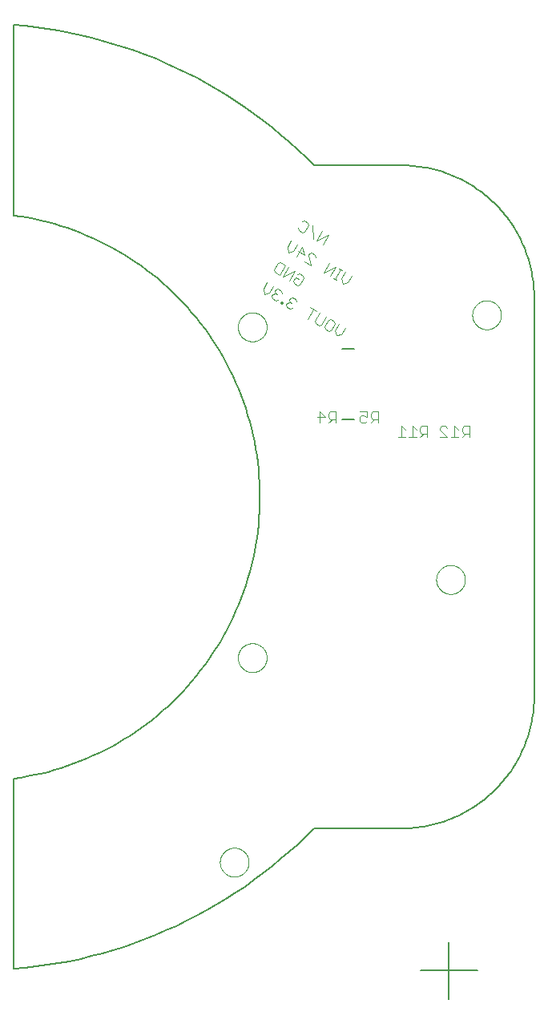
<source format=gbo>
G75*
%MOIN*%
%OFA0B0*%
%FSLAX25Y25*%
%IPPOS*%
%LPD*%
%AMOC8*
5,1,8,0,0,1.08239X$1,22.5*
%
%ADD10C,0.00600*%
%ADD11C,0.00400*%
%ADD12C,0.00000*%
%ADD13C,0.00800*%
D10*
X0001300Y0013742D02*
X0001300Y0092906D01*
X0001300Y0013742D02*
X0005974Y0014173D01*
X0010636Y0014716D01*
X0015284Y0015369D01*
X0019914Y0016133D01*
X0024526Y0017008D01*
X0029115Y0017992D01*
X0033680Y0019085D01*
X0038217Y0020287D01*
X0042724Y0021596D01*
X0047198Y0023013D01*
X0051638Y0024536D01*
X0056040Y0026164D01*
X0060402Y0027897D01*
X0064721Y0029733D01*
X0068996Y0031672D01*
X0073223Y0033712D01*
X0077400Y0035852D01*
X0081525Y0038091D01*
X0085595Y0040428D01*
X0089609Y0042862D01*
X0093563Y0045390D01*
X0097456Y0048012D01*
X0101285Y0050726D01*
X0105049Y0053531D01*
X0108744Y0056424D01*
X0112370Y0059405D01*
X0115923Y0062471D01*
X0119403Y0065621D01*
X0122806Y0068854D01*
X0126131Y0072166D01*
X0162717Y0072166D01*
X0182402Y0024922D02*
X0182402Y0001300D01*
X0170591Y0013111D02*
X0194213Y0013111D01*
X0217835Y0127284D02*
X0217835Y0292639D01*
X0217819Y0293971D01*
X0217771Y0295302D01*
X0217690Y0296631D01*
X0217578Y0297959D01*
X0217433Y0299283D01*
X0217257Y0300603D01*
X0217048Y0301919D01*
X0216808Y0303229D01*
X0216536Y0304533D01*
X0216233Y0305830D01*
X0215899Y0307119D01*
X0215534Y0308400D01*
X0215137Y0309671D01*
X0214710Y0310933D01*
X0214253Y0312184D01*
X0213766Y0313424D01*
X0213249Y0314651D01*
X0212702Y0315866D01*
X0212126Y0317067D01*
X0211522Y0318254D01*
X0210888Y0319425D01*
X0210227Y0320582D01*
X0209538Y0321721D01*
X0208822Y0322844D01*
X0208078Y0323950D01*
X0207308Y0325037D01*
X0206513Y0326105D01*
X0205691Y0327153D01*
X0204845Y0328181D01*
X0203973Y0329189D01*
X0203078Y0330175D01*
X0202159Y0331140D01*
X0201218Y0332081D01*
X0200253Y0333000D01*
X0199267Y0333895D01*
X0198259Y0334767D01*
X0197231Y0335613D01*
X0196183Y0336435D01*
X0195115Y0337230D01*
X0194028Y0338000D01*
X0192922Y0338744D01*
X0191799Y0339460D01*
X0190660Y0340149D01*
X0189503Y0340810D01*
X0188332Y0341444D01*
X0187145Y0342048D01*
X0185944Y0342624D01*
X0184729Y0343171D01*
X0183502Y0343688D01*
X0182262Y0344175D01*
X0181011Y0344632D01*
X0179749Y0345059D01*
X0178478Y0345456D01*
X0177197Y0345821D01*
X0175908Y0346155D01*
X0174611Y0346458D01*
X0173307Y0346730D01*
X0171997Y0346970D01*
X0170681Y0347179D01*
X0169361Y0347355D01*
X0168037Y0347500D01*
X0166709Y0347612D01*
X0165380Y0347693D01*
X0164049Y0347741D01*
X0162717Y0347757D01*
X0126131Y0347757D01*
X0217835Y0127284D02*
X0217819Y0125952D01*
X0217771Y0124621D01*
X0217690Y0123292D01*
X0217578Y0121964D01*
X0217433Y0120640D01*
X0217257Y0119320D01*
X0217048Y0118004D01*
X0216808Y0116694D01*
X0216536Y0115390D01*
X0216233Y0114093D01*
X0215899Y0112804D01*
X0215534Y0111523D01*
X0215137Y0110252D01*
X0214710Y0108990D01*
X0214253Y0107739D01*
X0213766Y0106499D01*
X0213249Y0105272D01*
X0212702Y0104057D01*
X0212126Y0102856D01*
X0211522Y0101669D01*
X0210888Y0100498D01*
X0210227Y0099341D01*
X0209538Y0098202D01*
X0208822Y0097079D01*
X0208078Y0095973D01*
X0207308Y0094886D01*
X0206513Y0093818D01*
X0205691Y0092770D01*
X0204845Y0091742D01*
X0203973Y0090734D01*
X0203078Y0089748D01*
X0202159Y0088783D01*
X0201218Y0087842D01*
X0200253Y0086923D01*
X0199267Y0086028D01*
X0198259Y0085156D01*
X0197231Y0084310D01*
X0196183Y0083488D01*
X0195115Y0082693D01*
X0194028Y0081923D01*
X0192922Y0081179D01*
X0191799Y0080463D01*
X0190660Y0079774D01*
X0189503Y0079113D01*
X0188332Y0078479D01*
X0187145Y0077875D01*
X0185944Y0077299D01*
X0184729Y0076752D01*
X0183502Y0076235D01*
X0182262Y0075748D01*
X0181011Y0075291D01*
X0179749Y0074864D01*
X0178478Y0074467D01*
X0177197Y0074102D01*
X0175908Y0073768D01*
X0174611Y0073465D01*
X0173307Y0073193D01*
X0171997Y0072953D01*
X0170681Y0072744D01*
X0169361Y0072568D01*
X0168037Y0072423D01*
X0166709Y0072311D01*
X0165380Y0072230D01*
X0164049Y0072182D01*
X0162717Y0072166D01*
X0001300Y0092906D02*
X0004146Y0093324D01*
X0006981Y0093811D01*
X0009804Y0094368D01*
X0012612Y0094993D01*
X0015404Y0095686D01*
X0018178Y0096447D01*
X0020933Y0097275D01*
X0023667Y0098170D01*
X0026378Y0099131D01*
X0029065Y0100159D01*
X0031727Y0101251D01*
X0034361Y0102408D01*
X0036965Y0103628D01*
X0039540Y0104912D01*
X0042082Y0106258D01*
X0044591Y0107666D01*
X0047065Y0109134D01*
X0049502Y0110662D01*
X0051902Y0112249D01*
X0054262Y0113894D01*
X0056581Y0115596D01*
X0058858Y0117353D01*
X0061092Y0119166D01*
X0063281Y0121033D01*
X0065424Y0122952D01*
X0067519Y0124923D01*
X0069566Y0126945D01*
X0071563Y0129016D01*
X0073509Y0131134D01*
X0075402Y0133300D01*
X0077243Y0135511D01*
X0079029Y0137766D01*
X0080759Y0140064D01*
X0082433Y0142404D01*
X0084050Y0144783D01*
X0085608Y0147201D01*
X0087107Y0149657D01*
X0088545Y0152148D01*
X0089923Y0154674D01*
X0091238Y0157232D01*
X0092491Y0159821D01*
X0093681Y0162441D01*
X0094806Y0165088D01*
X0095866Y0167763D01*
X0096861Y0170462D01*
X0097790Y0173184D01*
X0098653Y0175929D01*
X0099448Y0178693D01*
X0100176Y0181477D01*
X0100835Y0184277D01*
X0101427Y0187092D01*
X0101949Y0189921D01*
X0102403Y0192762D01*
X0102787Y0195612D01*
X0103102Y0198472D01*
X0103347Y0201338D01*
X0103522Y0204210D01*
X0103627Y0207084D01*
X0103662Y0209961D01*
X0103627Y0212838D01*
X0103522Y0215712D01*
X0103347Y0218584D01*
X0103102Y0221450D01*
X0102787Y0224310D01*
X0102403Y0227160D01*
X0101949Y0230001D01*
X0101427Y0232830D01*
X0100835Y0235645D01*
X0100176Y0238445D01*
X0099448Y0241229D01*
X0098653Y0243993D01*
X0097790Y0246738D01*
X0096861Y0249460D01*
X0095866Y0252159D01*
X0094806Y0254834D01*
X0093681Y0257481D01*
X0092491Y0260101D01*
X0091238Y0262690D01*
X0089923Y0265248D01*
X0088545Y0267774D01*
X0087107Y0270265D01*
X0085608Y0272721D01*
X0084050Y0275139D01*
X0082433Y0277518D01*
X0080759Y0279858D01*
X0079029Y0282156D01*
X0077243Y0284411D01*
X0075402Y0286622D01*
X0073509Y0288788D01*
X0071563Y0290906D01*
X0069566Y0292977D01*
X0067519Y0294999D01*
X0065424Y0296970D01*
X0063281Y0298889D01*
X0061092Y0300756D01*
X0058858Y0302569D01*
X0056581Y0304326D01*
X0054262Y0306028D01*
X0051902Y0307673D01*
X0049502Y0309260D01*
X0047065Y0310788D01*
X0044591Y0312256D01*
X0042082Y0313664D01*
X0039540Y0315010D01*
X0036965Y0316294D01*
X0034361Y0317514D01*
X0031727Y0318671D01*
X0029065Y0319763D01*
X0026378Y0320791D01*
X0023667Y0321752D01*
X0020933Y0322647D01*
X0018178Y0323475D01*
X0015404Y0324236D01*
X0012612Y0324929D01*
X0009804Y0325554D01*
X0006981Y0326111D01*
X0004146Y0326598D01*
X0001300Y0327016D01*
X0001300Y0327017D02*
X0001300Y0406220D01*
X0005974Y0405787D01*
X0010636Y0405244D01*
X0015285Y0404589D01*
X0019916Y0403823D01*
X0024528Y0402948D01*
X0029117Y0401962D01*
X0033682Y0400868D01*
X0038219Y0399665D01*
X0042726Y0398354D01*
X0047201Y0396936D01*
X0051641Y0395412D01*
X0056043Y0393782D01*
X0060405Y0392048D01*
X0064725Y0390210D01*
X0068999Y0388270D01*
X0073226Y0386229D01*
X0077403Y0384087D01*
X0081528Y0381847D01*
X0085598Y0379508D01*
X0089612Y0377074D01*
X0093566Y0374544D01*
X0097458Y0371921D01*
X0101288Y0369205D01*
X0105051Y0366400D01*
X0108746Y0363505D01*
X0112371Y0360523D01*
X0115924Y0357455D01*
X0119403Y0354304D01*
X0122806Y0351070D01*
X0126131Y0347756D01*
D11*
X0122274Y0324701D02*
X0121226Y0324420D01*
X0122274Y0324701D02*
X0123603Y0323934D01*
X0123884Y0322886D01*
X0122350Y0320227D01*
X0121301Y0319947D01*
X0119972Y0320714D01*
X0119692Y0321762D01*
X0116610Y0316424D02*
X0115075Y0313766D01*
X0115637Y0311670D01*
X0117733Y0312232D01*
X0119268Y0314890D01*
X0121262Y0313739D02*
X0118960Y0309752D01*
X0119446Y0312129D02*
X0122104Y0310594D01*
X0121262Y0313739D01*
X0124200Y0311156D02*
X0125249Y0311437D01*
X0126578Y0310670D01*
X0126859Y0309621D01*
X0123817Y0310491D02*
X0124940Y0306299D01*
X0122282Y0307833D01*
X0123817Y0310491D02*
X0124200Y0311156D01*
X0125953Y0317261D02*
X0125597Y0322783D01*
X0129584Y0320481D02*
X0127282Y0316494D01*
X0132242Y0318946D01*
X0129940Y0314959D01*
X0132558Y0307217D02*
X0130256Y0303230D01*
X0135216Y0305682D01*
X0132914Y0301695D01*
X0134243Y0300928D02*
X0135573Y0300160D01*
X0134908Y0300544D02*
X0137210Y0304531D01*
X0137874Y0304147D02*
X0136545Y0304915D01*
X0139204Y0303380D02*
X0137669Y0300722D01*
X0138231Y0298626D01*
X0140327Y0299187D01*
X0141862Y0301845D01*
X0131197Y0284909D02*
X0129279Y0281586D01*
X0128231Y0281305D01*
X0126902Y0282072D01*
X0126621Y0283121D01*
X0128539Y0286443D01*
X0127210Y0287210D02*
X0124552Y0288745D01*
X0125881Y0287978D02*
X0123579Y0283991D01*
X0118852Y0291150D02*
X0118571Y0292198D01*
X0117242Y0292965D01*
X0116194Y0292684D01*
X0115810Y0292020D01*
X0116091Y0290972D01*
X0115043Y0290691D01*
X0114659Y0290026D01*
X0114940Y0288978D01*
X0116269Y0288211D01*
X0117317Y0288492D01*
X0116756Y0290588D02*
X0116091Y0290972D01*
X0113330Y0290794D02*
X0112666Y0291177D01*
X0112282Y0290513D01*
X0112947Y0290129D01*
X0113330Y0290794D01*
X0111337Y0291945D02*
X0110289Y0291664D01*
X0108960Y0292431D01*
X0108679Y0293479D01*
X0109062Y0294144D01*
X0110111Y0294425D01*
X0110775Y0294041D01*
X0110111Y0294425D02*
X0109830Y0295473D01*
X0110213Y0296137D01*
X0111262Y0296418D01*
X0112591Y0295651D01*
X0112871Y0294603D01*
X0109268Y0297569D02*
X0107733Y0294911D01*
X0105637Y0294349D01*
X0105075Y0296446D01*
X0106610Y0299104D01*
X0109972Y0303393D02*
X0109692Y0304442D01*
X0111226Y0307100D01*
X0112274Y0307381D01*
X0114268Y0306230D01*
X0111966Y0302242D01*
X0109972Y0303393D01*
X0113295Y0301475D02*
X0115597Y0305462D01*
X0118255Y0303928D02*
X0115953Y0299941D01*
X0117666Y0299838D02*
X0118433Y0301167D01*
X0119762Y0300399D01*
X0120324Y0298303D02*
X0119276Y0298022D01*
X0117947Y0298790D01*
X0117666Y0299838D01*
X0119200Y0302496D02*
X0120249Y0302777D01*
X0121578Y0302009D01*
X0121858Y0300961D01*
X0120324Y0298303D01*
X0118255Y0303928D02*
X0113295Y0301475D01*
X0132142Y0283477D02*
X0130608Y0280819D01*
X0130889Y0279770D01*
X0132218Y0279003D01*
X0133266Y0279284D01*
X0134801Y0281942D01*
X0134520Y0282990D01*
X0133191Y0283758D01*
X0132142Y0283477D01*
X0136513Y0281839D02*
X0134979Y0279181D01*
X0135540Y0277085D01*
X0137637Y0277647D01*
X0139171Y0280305D01*
X0135352Y0245415D02*
X0133050Y0245415D01*
X0132283Y0244648D01*
X0132283Y0243113D01*
X0133050Y0242346D01*
X0135352Y0242346D01*
X0133817Y0242346D02*
X0132283Y0240811D01*
X0130748Y0243113D02*
X0127679Y0243113D01*
X0128446Y0240811D02*
X0128446Y0245415D01*
X0130748Y0243113D01*
X0135352Y0240811D02*
X0135352Y0245415D01*
X0145179Y0245415D02*
X0148248Y0245415D01*
X0148248Y0243113D01*
X0146713Y0243880D01*
X0145946Y0243880D01*
X0145179Y0243113D01*
X0145179Y0241578D01*
X0145946Y0240811D01*
X0147481Y0240811D01*
X0148248Y0241578D01*
X0149783Y0240811D02*
X0151317Y0242346D01*
X0150550Y0242346D02*
X0152852Y0242346D01*
X0152852Y0240811D02*
X0152852Y0245415D01*
X0150550Y0245415D01*
X0149783Y0244648D01*
X0149783Y0243113D01*
X0150550Y0242346D01*
X0161075Y0234811D02*
X0164144Y0234811D01*
X0162609Y0234811D02*
X0162609Y0239415D01*
X0164144Y0237880D01*
X0165679Y0234811D02*
X0168748Y0234811D01*
X0167213Y0234811D02*
X0167213Y0239415D01*
X0168748Y0237880D01*
X0170283Y0237113D02*
X0171050Y0236346D01*
X0173352Y0236346D01*
X0171817Y0236346D02*
X0170283Y0234811D01*
X0170283Y0237113D02*
X0170283Y0238648D01*
X0171050Y0239415D01*
X0173352Y0239415D01*
X0173352Y0234811D01*
X0178575Y0234811D02*
X0181644Y0234811D01*
X0178575Y0237880D01*
X0178575Y0238648D01*
X0179342Y0239415D01*
X0180877Y0239415D01*
X0181644Y0238648D01*
X0183179Y0234811D02*
X0186248Y0234811D01*
X0184713Y0234811D02*
X0184713Y0239415D01*
X0186248Y0237880D01*
X0187783Y0237113D02*
X0188550Y0236346D01*
X0190852Y0236346D01*
X0189317Y0236346D02*
X0187783Y0234811D01*
X0187783Y0237113D02*
X0187783Y0238648D01*
X0188550Y0239415D01*
X0190852Y0239415D01*
X0190852Y0234811D01*
D12*
X0192052Y0285611D02*
X0192054Y0285765D01*
X0192060Y0285920D01*
X0192070Y0286074D01*
X0192084Y0286228D01*
X0192102Y0286381D01*
X0192123Y0286534D01*
X0192149Y0286687D01*
X0192179Y0286838D01*
X0192212Y0286989D01*
X0192250Y0287139D01*
X0192291Y0287288D01*
X0192336Y0287436D01*
X0192385Y0287582D01*
X0192438Y0287728D01*
X0192494Y0287871D01*
X0192554Y0288014D01*
X0192618Y0288154D01*
X0192685Y0288294D01*
X0192756Y0288431D01*
X0192830Y0288566D01*
X0192908Y0288700D01*
X0192989Y0288831D01*
X0193074Y0288960D01*
X0193162Y0289088D01*
X0193253Y0289212D01*
X0193347Y0289335D01*
X0193445Y0289455D01*
X0193545Y0289572D01*
X0193649Y0289687D01*
X0193755Y0289799D01*
X0193864Y0289908D01*
X0193976Y0290014D01*
X0194091Y0290118D01*
X0194208Y0290218D01*
X0194328Y0290316D01*
X0194451Y0290410D01*
X0194575Y0290501D01*
X0194703Y0290589D01*
X0194832Y0290674D01*
X0194963Y0290755D01*
X0195097Y0290833D01*
X0195232Y0290907D01*
X0195369Y0290978D01*
X0195509Y0291045D01*
X0195649Y0291109D01*
X0195792Y0291169D01*
X0195935Y0291225D01*
X0196081Y0291278D01*
X0196227Y0291327D01*
X0196375Y0291372D01*
X0196524Y0291413D01*
X0196674Y0291451D01*
X0196825Y0291484D01*
X0196976Y0291514D01*
X0197129Y0291540D01*
X0197282Y0291561D01*
X0197435Y0291579D01*
X0197589Y0291593D01*
X0197743Y0291603D01*
X0197898Y0291609D01*
X0198052Y0291611D01*
X0198206Y0291609D01*
X0198361Y0291603D01*
X0198515Y0291593D01*
X0198669Y0291579D01*
X0198822Y0291561D01*
X0198975Y0291540D01*
X0199128Y0291514D01*
X0199279Y0291484D01*
X0199430Y0291451D01*
X0199580Y0291413D01*
X0199729Y0291372D01*
X0199877Y0291327D01*
X0200023Y0291278D01*
X0200169Y0291225D01*
X0200312Y0291169D01*
X0200455Y0291109D01*
X0200595Y0291045D01*
X0200735Y0290978D01*
X0200872Y0290907D01*
X0201007Y0290833D01*
X0201141Y0290755D01*
X0201272Y0290674D01*
X0201401Y0290589D01*
X0201529Y0290501D01*
X0201653Y0290410D01*
X0201776Y0290316D01*
X0201896Y0290218D01*
X0202013Y0290118D01*
X0202128Y0290014D01*
X0202240Y0289908D01*
X0202349Y0289799D01*
X0202455Y0289687D01*
X0202559Y0289572D01*
X0202659Y0289455D01*
X0202757Y0289335D01*
X0202851Y0289212D01*
X0202942Y0289088D01*
X0203030Y0288960D01*
X0203115Y0288831D01*
X0203196Y0288700D01*
X0203274Y0288566D01*
X0203348Y0288431D01*
X0203419Y0288294D01*
X0203486Y0288154D01*
X0203550Y0288014D01*
X0203610Y0287871D01*
X0203666Y0287728D01*
X0203719Y0287582D01*
X0203768Y0287436D01*
X0203813Y0287288D01*
X0203854Y0287139D01*
X0203892Y0286989D01*
X0203925Y0286838D01*
X0203955Y0286687D01*
X0203981Y0286534D01*
X0204002Y0286381D01*
X0204020Y0286228D01*
X0204034Y0286074D01*
X0204044Y0285920D01*
X0204050Y0285765D01*
X0204052Y0285611D01*
X0204050Y0285457D01*
X0204044Y0285302D01*
X0204034Y0285148D01*
X0204020Y0284994D01*
X0204002Y0284841D01*
X0203981Y0284688D01*
X0203955Y0284535D01*
X0203925Y0284384D01*
X0203892Y0284233D01*
X0203854Y0284083D01*
X0203813Y0283934D01*
X0203768Y0283786D01*
X0203719Y0283640D01*
X0203666Y0283494D01*
X0203610Y0283351D01*
X0203550Y0283208D01*
X0203486Y0283068D01*
X0203419Y0282928D01*
X0203348Y0282791D01*
X0203274Y0282656D01*
X0203196Y0282522D01*
X0203115Y0282391D01*
X0203030Y0282262D01*
X0202942Y0282134D01*
X0202851Y0282010D01*
X0202757Y0281887D01*
X0202659Y0281767D01*
X0202559Y0281650D01*
X0202455Y0281535D01*
X0202349Y0281423D01*
X0202240Y0281314D01*
X0202128Y0281208D01*
X0202013Y0281104D01*
X0201896Y0281004D01*
X0201776Y0280906D01*
X0201653Y0280812D01*
X0201529Y0280721D01*
X0201401Y0280633D01*
X0201272Y0280548D01*
X0201141Y0280467D01*
X0201007Y0280389D01*
X0200872Y0280315D01*
X0200735Y0280244D01*
X0200595Y0280177D01*
X0200455Y0280113D01*
X0200312Y0280053D01*
X0200169Y0279997D01*
X0200023Y0279944D01*
X0199877Y0279895D01*
X0199729Y0279850D01*
X0199580Y0279809D01*
X0199430Y0279771D01*
X0199279Y0279738D01*
X0199128Y0279708D01*
X0198975Y0279682D01*
X0198822Y0279661D01*
X0198669Y0279643D01*
X0198515Y0279629D01*
X0198361Y0279619D01*
X0198206Y0279613D01*
X0198052Y0279611D01*
X0197898Y0279613D01*
X0197743Y0279619D01*
X0197589Y0279629D01*
X0197435Y0279643D01*
X0197282Y0279661D01*
X0197129Y0279682D01*
X0196976Y0279708D01*
X0196825Y0279738D01*
X0196674Y0279771D01*
X0196524Y0279809D01*
X0196375Y0279850D01*
X0196227Y0279895D01*
X0196081Y0279944D01*
X0195935Y0279997D01*
X0195792Y0280053D01*
X0195649Y0280113D01*
X0195509Y0280177D01*
X0195369Y0280244D01*
X0195232Y0280315D01*
X0195097Y0280389D01*
X0194963Y0280467D01*
X0194832Y0280548D01*
X0194703Y0280633D01*
X0194575Y0280721D01*
X0194451Y0280812D01*
X0194328Y0280906D01*
X0194208Y0281004D01*
X0194091Y0281104D01*
X0193976Y0281208D01*
X0193864Y0281314D01*
X0193755Y0281423D01*
X0193649Y0281535D01*
X0193545Y0281650D01*
X0193445Y0281767D01*
X0193347Y0281887D01*
X0193253Y0282010D01*
X0193162Y0282134D01*
X0193074Y0282262D01*
X0192989Y0282391D01*
X0192908Y0282522D01*
X0192830Y0282656D01*
X0192756Y0282791D01*
X0192685Y0282928D01*
X0192618Y0283068D01*
X0192554Y0283208D01*
X0192494Y0283351D01*
X0192438Y0283494D01*
X0192385Y0283640D01*
X0192336Y0283786D01*
X0192291Y0283934D01*
X0192250Y0284083D01*
X0192212Y0284233D01*
X0192179Y0284384D01*
X0192149Y0284535D01*
X0192123Y0284688D01*
X0192102Y0284841D01*
X0192084Y0284994D01*
X0192070Y0285148D01*
X0192060Y0285302D01*
X0192054Y0285457D01*
X0192052Y0285611D01*
X0177052Y0175611D02*
X0177054Y0175765D01*
X0177060Y0175920D01*
X0177070Y0176074D01*
X0177084Y0176228D01*
X0177102Y0176381D01*
X0177123Y0176534D01*
X0177149Y0176687D01*
X0177179Y0176838D01*
X0177212Y0176989D01*
X0177250Y0177139D01*
X0177291Y0177288D01*
X0177336Y0177436D01*
X0177385Y0177582D01*
X0177438Y0177728D01*
X0177494Y0177871D01*
X0177554Y0178014D01*
X0177618Y0178154D01*
X0177685Y0178294D01*
X0177756Y0178431D01*
X0177830Y0178566D01*
X0177908Y0178700D01*
X0177989Y0178831D01*
X0178074Y0178960D01*
X0178162Y0179088D01*
X0178253Y0179212D01*
X0178347Y0179335D01*
X0178445Y0179455D01*
X0178545Y0179572D01*
X0178649Y0179687D01*
X0178755Y0179799D01*
X0178864Y0179908D01*
X0178976Y0180014D01*
X0179091Y0180118D01*
X0179208Y0180218D01*
X0179328Y0180316D01*
X0179451Y0180410D01*
X0179575Y0180501D01*
X0179703Y0180589D01*
X0179832Y0180674D01*
X0179963Y0180755D01*
X0180097Y0180833D01*
X0180232Y0180907D01*
X0180369Y0180978D01*
X0180509Y0181045D01*
X0180649Y0181109D01*
X0180792Y0181169D01*
X0180935Y0181225D01*
X0181081Y0181278D01*
X0181227Y0181327D01*
X0181375Y0181372D01*
X0181524Y0181413D01*
X0181674Y0181451D01*
X0181825Y0181484D01*
X0181976Y0181514D01*
X0182129Y0181540D01*
X0182282Y0181561D01*
X0182435Y0181579D01*
X0182589Y0181593D01*
X0182743Y0181603D01*
X0182898Y0181609D01*
X0183052Y0181611D01*
X0183206Y0181609D01*
X0183361Y0181603D01*
X0183515Y0181593D01*
X0183669Y0181579D01*
X0183822Y0181561D01*
X0183975Y0181540D01*
X0184128Y0181514D01*
X0184279Y0181484D01*
X0184430Y0181451D01*
X0184580Y0181413D01*
X0184729Y0181372D01*
X0184877Y0181327D01*
X0185023Y0181278D01*
X0185169Y0181225D01*
X0185312Y0181169D01*
X0185455Y0181109D01*
X0185595Y0181045D01*
X0185735Y0180978D01*
X0185872Y0180907D01*
X0186007Y0180833D01*
X0186141Y0180755D01*
X0186272Y0180674D01*
X0186401Y0180589D01*
X0186529Y0180501D01*
X0186653Y0180410D01*
X0186776Y0180316D01*
X0186896Y0180218D01*
X0187013Y0180118D01*
X0187128Y0180014D01*
X0187240Y0179908D01*
X0187349Y0179799D01*
X0187455Y0179687D01*
X0187559Y0179572D01*
X0187659Y0179455D01*
X0187757Y0179335D01*
X0187851Y0179212D01*
X0187942Y0179088D01*
X0188030Y0178960D01*
X0188115Y0178831D01*
X0188196Y0178700D01*
X0188274Y0178566D01*
X0188348Y0178431D01*
X0188419Y0178294D01*
X0188486Y0178154D01*
X0188550Y0178014D01*
X0188610Y0177871D01*
X0188666Y0177728D01*
X0188719Y0177582D01*
X0188768Y0177436D01*
X0188813Y0177288D01*
X0188854Y0177139D01*
X0188892Y0176989D01*
X0188925Y0176838D01*
X0188955Y0176687D01*
X0188981Y0176534D01*
X0189002Y0176381D01*
X0189020Y0176228D01*
X0189034Y0176074D01*
X0189044Y0175920D01*
X0189050Y0175765D01*
X0189052Y0175611D01*
X0189050Y0175457D01*
X0189044Y0175302D01*
X0189034Y0175148D01*
X0189020Y0174994D01*
X0189002Y0174841D01*
X0188981Y0174688D01*
X0188955Y0174535D01*
X0188925Y0174384D01*
X0188892Y0174233D01*
X0188854Y0174083D01*
X0188813Y0173934D01*
X0188768Y0173786D01*
X0188719Y0173640D01*
X0188666Y0173494D01*
X0188610Y0173351D01*
X0188550Y0173208D01*
X0188486Y0173068D01*
X0188419Y0172928D01*
X0188348Y0172791D01*
X0188274Y0172656D01*
X0188196Y0172522D01*
X0188115Y0172391D01*
X0188030Y0172262D01*
X0187942Y0172134D01*
X0187851Y0172010D01*
X0187757Y0171887D01*
X0187659Y0171767D01*
X0187559Y0171650D01*
X0187455Y0171535D01*
X0187349Y0171423D01*
X0187240Y0171314D01*
X0187128Y0171208D01*
X0187013Y0171104D01*
X0186896Y0171004D01*
X0186776Y0170906D01*
X0186653Y0170812D01*
X0186529Y0170721D01*
X0186401Y0170633D01*
X0186272Y0170548D01*
X0186141Y0170467D01*
X0186007Y0170389D01*
X0185872Y0170315D01*
X0185735Y0170244D01*
X0185595Y0170177D01*
X0185455Y0170113D01*
X0185312Y0170053D01*
X0185169Y0169997D01*
X0185023Y0169944D01*
X0184877Y0169895D01*
X0184729Y0169850D01*
X0184580Y0169809D01*
X0184430Y0169771D01*
X0184279Y0169738D01*
X0184128Y0169708D01*
X0183975Y0169682D01*
X0183822Y0169661D01*
X0183669Y0169643D01*
X0183515Y0169629D01*
X0183361Y0169619D01*
X0183206Y0169613D01*
X0183052Y0169611D01*
X0182898Y0169613D01*
X0182743Y0169619D01*
X0182589Y0169629D01*
X0182435Y0169643D01*
X0182282Y0169661D01*
X0182129Y0169682D01*
X0181976Y0169708D01*
X0181825Y0169738D01*
X0181674Y0169771D01*
X0181524Y0169809D01*
X0181375Y0169850D01*
X0181227Y0169895D01*
X0181081Y0169944D01*
X0180935Y0169997D01*
X0180792Y0170053D01*
X0180649Y0170113D01*
X0180509Y0170177D01*
X0180369Y0170244D01*
X0180232Y0170315D01*
X0180097Y0170389D01*
X0179963Y0170467D01*
X0179832Y0170548D01*
X0179703Y0170633D01*
X0179575Y0170721D01*
X0179451Y0170812D01*
X0179328Y0170906D01*
X0179208Y0171004D01*
X0179091Y0171104D01*
X0178976Y0171208D01*
X0178864Y0171314D01*
X0178755Y0171423D01*
X0178649Y0171535D01*
X0178545Y0171650D01*
X0178445Y0171767D01*
X0178347Y0171887D01*
X0178253Y0172010D01*
X0178162Y0172134D01*
X0178074Y0172262D01*
X0177989Y0172391D01*
X0177908Y0172522D01*
X0177830Y0172656D01*
X0177756Y0172791D01*
X0177685Y0172928D01*
X0177618Y0173068D01*
X0177554Y0173208D01*
X0177494Y0173351D01*
X0177438Y0173494D01*
X0177385Y0173640D01*
X0177336Y0173786D01*
X0177291Y0173934D01*
X0177250Y0174083D01*
X0177212Y0174233D01*
X0177179Y0174384D01*
X0177149Y0174535D01*
X0177123Y0174688D01*
X0177102Y0174841D01*
X0177084Y0174994D01*
X0177070Y0175148D01*
X0177060Y0175302D01*
X0177054Y0175457D01*
X0177052Y0175611D01*
X0094552Y0143111D02*
X0094554Y0143265D01*
X0094560Y0143420D01*
X0094570Y0143574D01*
X0094584Y0143728D01*
X0094602Y0143881D01*
X0094623Y0144034D01*
X0094649Y0144187D01*
X0094679Y0144338D01*
X0094712Y0144489D01*
X0094750Y0144639D01*
X0094791Y0144788D01*
X0094836Y0144936D01*
X0094885Y0145082D01*
X0094938Y0145228D01*
X0094994Y0145371D01*
X0095054Y0145514D01*
X0095118Y0145654D01*
X0095185Y0145794D01*
X0095256Y0145931D01*
X0095330Y0146066D01*
X0095408Y0146200D01*
X0095489Y0146331D01*
X0095574Y0146460D01*
X0095662Y0146588D01*
X0095753Y0146712D01*
X0095847Y0146835D01*
X0095945Y0146955D01*
X0096045Y0147072D01*
X0096149Y0147187D01*
X0096255Y0147299D01*
X0096364Y0147408D01*
X0096476Y0147514D01*
X0096591Y0147618D01*
X0096708Y0147718D01*
X0096828Y0147816D01*
X0096951Y0147910D01*
X0097075Y0148001D01*
X0097203Y0148089D01*
X0097332Y0148174D01*
X0097463Y0148255D01*
X0097597Y0148333D01*
X0097732Y0148407D01*
X0097869Y0148478D01*
X0098009Y0148545D01*
X0098149Y0148609D01*
X0098292Y0148669D01*
X0098435Y0148725D01*
X0098581Y0148778D01*
X0098727Y0148827D01*
X0098875Y0148872D01*
X0099024Y0148913D01*
X0099174Y0148951D01*
X0099325Y0148984D01*
X0099476Y0149014D01*
X0099629Y0149040D01*
X0099782Y0149061D01*
X0099935Y0149079D01*
X0100089Y0149093D01*
X0100243Y0149103D01*
X0100398Y0149109D01*
X0100552Y0149111D01*
X0100706Y0149109D01*
X0100861Y0149103D01*
X0101015Y0149093D01*
X0101169Y0149079D01*
X0101322Y0149061D01*
X0101475Y0149040D01*
X0101628Y0149014D01*
X0101779Y0148984D01*
X0101930Y0148951D01*
X0102080Y0148913D01*
X0102229Y0148872D01*
X0102377Y0148827D01*
X0102523Y0148778D01*
X0102669Y0148725D01*
X0102812Y0148669D01*
X0102955Y0148609D01*
X0103095Y0148545D01*
X0103235Y0148478D01*
X0103372Y0148407D01*
X0103507Y0148333D01*
X0103641Y0148255D01*
X0103772Y0148174D01*
X0103901Y0148089D01*
X0104029Y0148001D01*
X0104153Y0147910D01*
X0104276Y0147816D01*
X0104396Y0147718D01*
X0104513Y0147618D01*
X0104628Y0147514D01*
X0104740Y0147408D01*
X0104849Y0147299D01*
X0104955Y0147187D01*
X0105059Y0147072D01*
X0105159Y0146955D01*
X0105257Y0146835D01*
X0105351Y0146712D01*
X0105442Y0146588D01*
X0105530Y0146460D01*
X0105615Y0146331D01*
X0105696Y0146200D01*
X0105774Y0146066D01*
X0105848Y0145931D01*
X0105919Y0145794D01*
X0105986Y0145654D01*
X0106050Y0145514D01*
X0106110Y0145371D01*
X0106166Y0145228D01*
X0106219Y0145082D01*
X0106268Y0144936D01*
X0106313Y0144788D01*
X0106354Y0144639D01*
X0106392Y0144489D01*
X0106425Y0144338D01*
X0106455Y0144187D01*
X0106481Y0144034D01*
X0106502Y0143881D01*
X0106520Y0143728D01*
X0106534Y0143574D01*
X0106544Y0143420D01*
X0106550Y0143265D01*
X0106552Y0143111D01*
X0106550Y0142957D01*
X0106544Y0142802D01*
X0106534Y0142648D01*
X0106520Y0142494D01*
X0106502Y0142341D01*
X0106481Y0142188D01*
X0106455Y0142035D01*
X0106425Y0141884D01*
X0106392Y0141733D01*
X0106354Y0141583D01*
X0106313Y0141434D01*
X0106268Y0141286D01*
X0106219Y0141140D01*
X0106166Y0140994D01*
X0106110Y0140851D01*
X0106050Y0140708D01*
X0105986Y0140568D01*
X0105919Y0140428D01*
X0105848Y0140291D01*
X0105774Y0140156D01*
X0105696Y0140022D01*
X0105615Y0139891D01*
X0105530Y0139762D01*
X0105442Y0139634D01*
X0105351Y0139510D01*
X0105257Y0139387D01*
X0105159Y0139267D01*
X0105059Y0139150D01*
X0104955Y0139035D01*
X0104849Y0138923D01*
X0104740Y0138814D01*
X0104628Y0138708D01*
X0104513Y0138604D01*
X0104396Y0138504D01*
X0104276Y0138406D01*
X0104153Y0138312D01*
X0104029Y0138221D01*
X0103901Y0138133D01*
X0103772Y0138048D01*
X0103641Y0137967D01*
X0103507Y0137889D01*
X0103372Y0137815D01*
X0103235Y0137744D01*
X0103095Y0137677D01*
X0102955Y0137613D01*
X0102812Y0137553D01*
X0102669Y0137497D01*
X0102523Y0137444D01*
X0102377Y0137395D01*
X0102229Y0137350D01*
X0102080Y0137309D01*
X0101930Y0137271D01*
X0101779Y0137238D01*
X0101628Y0137208D01*
X0101475Y0137182D01*
X0101322Y0137161D01*
X0101169Y0137143D01*
X0101015Y0137129D01*
X0100861Y0137119D01*
X0100706Y0137113D01*
X0100552Y0137111D01*
X0100398Y0137113D01*
X0100243Y0137119D01*
X0100089Y0137129D01*
X0099935Y0137143D01*
X0099782Y0137161D01*
X0099629Y0137182D01*
X0099476Y0137208D01*
X0099325Y0137238D01*
X0099174Y0137271D01*
X0099024Y0137309D01*
X0098875Y0137350D01*
X0098727Y0137395D01*
X0098581Y0137444D01*
X0098435Y0137497D01*
X0098292Y0137553D01*
X0098149Y0137613D01*
X0098009Y0137677D01*
X0097869Y0137744D01*
X0097732Y0137815D01*
X0097597Y0137889D01*
X0097463Y0137967D01*
X0097332Y0138048D01*
X0097203Y0138133D01*
X0097075Y0138221D01*
X0096951Y0138312D01*
X0096828Y0138406D01*
X0096708Y0138504D01*
X0096591Y0138604D01*
X0096476Y0138708D01*
X0096364Y0138814D01*
X0096255Y0138923D01*
X0096149Y0139035D01*
X0096045Y0139150D01*
X0095945Y0139267D01*
X0095847Y0139387D01*
X0095753Y0139510D01*
X0095662Y0139634D01*
X0095574Y0139762D01*
X0095489Y0139891D01*
X0095408Y0140022D01*
X0095330Y0140156D01*
X0095256Y0140291D01*
X0095185Y0140428D01*
X0095118Y0140568D01*
X0095054Y0140708D01*
X0094994Y0140851D01*
X0094938Y0140994D01*
X0094885Y0141140D01*
X0094836Y0141286D01*
X0094791Y0141434D01*
X0094750Y0141583D01*
X0094712Y0141733D01*
X0094679Y0141884D01*
X0094649Y0142035D01*
X0094623Y0142188D01*
X0094602Y0142341D01*
X0094584Y0142494D01*
X0094570Y0142648D01*
X0094560Y0142802D01*
X0094554Y0142957D01*
X0094552Y0143111D01*
X0087052Y0058111D02*
X0087054Y0058265D01*
X0087060Y0058420D01*
X0087070Y0058574D01*
X0087084Y0058728D01*
X0087102Y0058881D01*
X0087123Y0059034D01*
X0087149Y0059187D01*
X0087179Y0059338D01*
X0087212Y0059489D01*
X0087250Y0059639D01*
X0087291Y0059788D01*
X0087336Y0059936D01*
X0087385Y0060082D01*
X0087438Y0060228D01*
X0087494Y0060371D01*
X0087554Y0060514D01*
X0087618Y0060654D01*
X0087685Y0060794D01*
X0087756Y0060931D01*
X0087830Y0061066D01*
X0087908Y0061200D01*
X0087989Y0061331D01*
X0088074Y0061460D01*
X0088162Y0061588D01*
X0088253Y0061712D01*
X0088347Y0061835D01*
X0088445Y0061955D01*
X0088545Y0062072D01*
X0088649Y0062187D01*
X0088755Y0062299D01*
X0088864Y0062408D01*
X0088976Y0062514D01*
X0089091Y0062618D01*
X0089208Y0062718D01*
X0089328Y0062816D01*
X0089451Y0062910D01*
X0089575Y0063001D01*
X0089703Y0063089D01*
X0089832Y0063174D01*
X0089963Y0063255D01*
X0090097Y0063333D01*
X0090232Y0063407D01*
X0090369Y0063478D01*
X0090509Y0063545D01*
X0090649Y0063609D01*
X0090792Y0063669D01*
X0090935Y0063725D01*
X0091081Y0063778D01*
X0091227Y0063827D01*
X0091375Y0063872D01*
X0091524Y0063913D01*
X0091674Y0063951D01*
X0091825Y0063984D01*
X0091976Y0064014D01*
X0092129Y0064040D01*
X0092282Y0064061D01*
X0092435Y0064079D01*
X0092589Y0064093D01*
X0092743Y0064103D01*
X0092898Y0064109D01*
X0093052Y0064111D01*
X0093206Y0064109D01*
X0093361Y0064103D01*
X0093515Y0064093D01*
X0093669Y0064079D01*
X0093822Y0064061D01*
X0093975Y0064040D01*
X0094128Y0064014D01*
X0094279Y0063984D01*
X0094430Y0063951D01*
X0094580Y0063913D01*
X0094729Y0063872D01*
X0094877Y0063827D01*
X0095023Y0063778D01*
X0095169Y0063725D01*
X0095312Y0063669D01*
X0095455Y0063609D01*
X0095595Y0063545D01*
X0095735Y0063478D01*
X0095872Y0063407D01*
X0096007Y0063333D01*
X0096141Y0063255D01*
X0096272Y0063174D01*
X0096401Y0063089D01*
X0096529Y0063001D01*
X0096653Y0062910D01*
X0096776Y0062816D01*
X0096896Y0062718D01*
X0097013Y0062618D01*
X0097128Y0062514D01*
X0097240Y0062408D01*
X0097349Y0062299D01*
X0097455Y0062187D01*
X0097559Y0062072D01*
X0097659Y0061955D01*
X0097757Y0061835D01*
X0097851Y0061712D01*
X0097942Y0061588D01*
X0098030Y0061460D01*
X0098115Y0061331D01*
X0098196Y0061200D01*
X0098274Y0061066D01*
X0098348Y0060931D01*
X0098419Y0060794D01*
X0098486Y0060654D01*
X0098550Y0060514D01*
X0098610Y0060371D01*
X0098666Y0060228D01*
X0098719Y0060082D01*
X0098768Y0059936D01*
X0098813Y0059788D01*
X0098854Y0059639D01*
X0098892Y0059489D01*
X0098925Y0059338D01*
X0098955Y0059187D01*
X0098981Y0059034D01*
X0099002Y0058881D01*
X0099020Y0058728D01*
X0099034Y0058574D01*
X0099044Y0058420D01*
X0099050Y0058265D01*
X0099052Y0058111D01*
X0099050Y0057957D01*
X0099044Y0057802D01*
X0099034Y0057648D01*
X0099020Y0057494D01*
X0099002Y0057341D01*
X0098981Y0057188D01*
X0098955Y0057035D01*
X0098925Y0056884D01*
X0098892Y0056733D01*
X0098854Y0056583D01*
X0098813Y0056434D01*
X0098768Y0056286D01*
X0098719Y0056140D01*
X0098666Y0055994D01*
X0098610Y0055851D01*
X0098550Y0055708D01*
X0098486Y0055568D01*
X0098419Y0055428D01*
X0098348Y0055291D01*
X0098274Y0055156D01*
X0098196Y0055022D01*
X0098115Y0054891D01*
X0098030Y0054762D01*
X0097942Y0054634D01*
X0097851Y0054510D01*
X0097757Y0054387D01*
X0097659Y0054267D01*
X0097559Y0054150D01*
X0097455Y0054035D01*
X0097349Y0053923D01*
X0097240Y0053814D01*
X0097128Y0053708D01*
X0097013Y0053604D01*
X0096896Y0053504D01*
X0096776Y0053406D01*
X0096653Y0053312D01*
X0096529Y0053221D01*
X0096401Y0053133D01*
X0096272Y0053048D01*
X0096141Y0052967D01*
X0096007Y0052889D01*
X0095872Y0052815D01*
X0095735Y0052744D01*
X0095595Y0052677D01*
X0095455Y0052613D01*
X0095312Y0052553D01*
X0095169Y0052497D01*
X0095023Y0052444D01*
X0094877Y0052395D01*
X0094729Y0052350D01*
X0094580Y0052309D01*
X0094430Y0052271D01*
X0094279Y0052238D01*
X0094128Y0052208D01*
X0093975Y0052182D01*
X0093822Y0052161D01*
X0093669Y0052143D01*
X0093515Y0052129D01*
X0093361Y0052119D01*
X0093206Y0052113D01*
X0093052Y0052111D01*
X0092898Y0052113D01*
X0092743Y0052119D01*
X0092589Y0052129D01*
X0092435Y0052143D01*
X0092282Y0052161D01*
X0092129Y0052182D01*
X0091976Y0052208D01*
X0091825Y0052238D01*
X0091674Y0052271D01*
X0091524Y0052309D01*
X0091375Y0052350D01*
X0091227Y0052395D01*
X0091081Y0052444D01*
X0090935Y0052497D01*
X0090792Y0052553D01*
X0090649Y0052613D01*
X0090509Y0052677D01*
X0090369Y0052744D01*
X0090232Y0052815D01*
X0090097Y0052889D01*
X0089963Y0052967D01*
X0089832Y0053048D01*
X0089703Y0053133D01*
X0089575Y0053221D01*
X0089451Y0053312D01*
X0089328Y0053406D01*
X0089208Y0053504D01*
X0089091Y0053604D01*
X0088976Y0053708D01*
X0088864Y0053814D01*
X0088755Y0053923D01*
X0088649Y0054035D01*
X0088545Y0054150D01*
X0088445Y0054267D01*
X0088347Y0054387D01*
X0088253Y0054510D01*
X0088162Y0054634D01*
X0088074Y0054762D01*
X0087989Y0054891D01*
X0087908Y0055022D01*
X0087830Y0055156D01*
X0087756Y0055291D01*
X0087685Y0055428D01*
X0087618Y0055568D01*
X0087554Y0055708D01*
X0087494Y0055851D01*
X0087438Y0055994D01*
X0087385Y0056140D01*
X0087336Y0056286D01*
X0087291Y0056434D01*
X0087250Y0056583D01*
X0087212Y0056733D01*
X0087179Y0056884D01*
X0087149Y0057035D01*
X0087123Y0057188D01*
X0087102Y0057341D01*
X0087084Y0057494D01*
X0087070Y0057648D01*
X0087060Y0057802D01*
X0087054Y0057957D01*
X0087052Y0058111D01*
X0094552Y0280611D02*
X0094554Y0280765D01*
X0094560Y0280920D01*
X0094570Y0281074D01*
X0094584Y0281228D01*
X0094602Y0281381D01*
X0094623Y0281534D01*
X0094649Y0281687D01*
X0094679Y0281838D01*
X0094712Y0281989D01*
X0094750Y0282139D01*
X0094791Y0282288D01*
X0094836Y0282436D01*
X0094885Y0282582D01*
X0094938Y0282728D01*
X0094994Y0282871D01*
X0095054Y0283014D01*
X0095118Y0283154D01*
X0095185Y0283294D01*
X0095256Y0283431D01*
X0095330Y0283566D01*
X0095408Y0283700D01*
X0095489Y0283831D01*
X0095574Y0283960D01*
X0095662Y0284088D01*
X0095753Y0284212D01*
X0095847Y0284335D01*
X0095945Y0284455D01*
X0096045Y0284572D01*
X0096149Y0284687D01*
X0096255Y0284799D01*
X0096364Y0284908D01*
X0096476Y0285014D01*
X0096591Y0285118D01*
X0096708Y0285218D01*
X0096828Y0285316D01*
X0096951Y0285410D01*
X0097075Y0285501D01*
X0097203Y0285589D01*
X0097332Y0285674D01*
X0097463Y0285755D01*
X0097597Y0285833D01*
X0097732Y0285907D01*
X0097869Y0285978D01*
X0098009Y0286045D01*
X0098149Y0286109D01*
X0098292Y0286169D01*
X0098435Y0286225D01*
X0098581Y0286278D01*
X0098727Y0286327D01*
X0098875Y0286372D01*
X0099024Y0286413D01*
X0099174Y0286451D01*
X0099325Y0286484D01*
X0099476Y0286514D01*
X0099629Y0286540D01*
X0099782Y0286561D01*
X0099935Y0286579D01*
X0100089Y0286593D01*
X0100243Y0286603D01*
X0100398Y0286609D01*
X0100552Y0286611D01*
X0100706Y0286609D01*
X0100861Y0286603D01*
X0101015Y0286593D01*
X0101169Y0286579D01*
X0101322Y0286561D01*
X0101475Y0286540D01*
X0101628Y0286514D01*
X0101779Y0286484D01*
X0101930Y0286451D01*
X0102080Y0286413D01*
X0102229Y0286372D01*
X0102377Y0286327D01*
X0102523Y0286278D01*
X0102669Y0286225D01*
X0102812Y0286169D01*
X0102955Y0286109D01*
X0103095Y0286045D01*
X0103235Y0285978D01*
X0103372Y0285907D01*
X0103507Y0285833D01*
X0103641Y0285755D01*
X0103772Y0285674D01*
X0103901Y0285589D01*
X0104029Y0285501D01*
X0104153Y0285410D01*
X0104276Y0285316D01*
X0104396Y0285218D01*
X0104513Y0285118D01*
X0104628Y0285014D01*
X0104740Y0284908D01*
X0104849Y0284799D01*
X0104955Y0284687D01*
X0105059Y0284572D01*
X0105159Y0284455D01*
X0105257Y0284335D01*
X0105351Y0284212D01*
X0105442Y0284088D01*
X0105530Y0283960D01*
X0105615Y0283831D01*
X0105696Y0283700D01*
X0105774Y0283566D01*
X0105848Y0283431D01*
X0105919Y0283294D01*
X0105986Y0283154D01*
X0106050Y0283014D01*
X0106110Y0282871D01*
X0106166Y0282728D01*
X0106219Y0282582D01*
X0106268Y0282436D01*
X0106313Y0282288D01*
X0106354Y0282139D01*
X0106392Y0281989D01*
X0106425Y0281838D01*
X0106455Y0281687D01*
X0106481Y0281534D01*
X0106502Y0281381D01*
X0106520Y0281228D01*
X0106534Y0281074D01*
X0106544Y0280920D01*
X0106550Y0280765D01*
X0106552Y0280611D01*
X0106550Y0280457D01*
X0106544Y0280302D01*
X0106534Y0280148D01*
X0106520Y0279994D01*
X0106502Y0279841D01*
X0106481Y0279688D01*
X0106455Y0279535D01*
X0106425Y0279384D01*
X0106392Y0279233D01*
X0106354Y0279083D01*
X0106313Y0278934D01*
X0106268Y0278786D01*
X0106219Y0278640D01*
X0106166Y0278494D01*
X0106110Y0278351D01*
X0106050Y0278208D01*
X0105986Y0278068D01*
X0105919Y0277928D01*
X0105848Y0277791D01*
X0105774Y0277656D01*
X0105696Y0277522D01*
X0105615Y0277391D01*
X0105530Y0277262D01*
X0105442Y0277134D01*
X0105351Y0277010D01*
X0105257Y0276887D01*
X0105159Y0276767D01*
X0105059Y0276650D01*
X0104955Y0276535D01*
X0104849Y0276423D01*
X0104740Y0276314D01*
X0104628Y0276208D01*
X0104513Y0276104D01*
X0104396Y0276004D01*
X0104276Y0275906D01*
X0104153Y0275812D01*
X0104029Y0275721D01*
X0103901Y0275633D01*
X0103772Y0275548D01*
X0103641Y0275467D01*
X0103507Y0275389D01*
X0103372Y0275315D01*
X0103235Y0275244D01*
X0103095Y0275177D01*
X0102955Y0275113D01*
X0102812Y0275053D01*
X0102669Y0274997D01*
X0102523Y0274944D01*
X0102377Y0274895D01*
X0102229Y0274850D01*
X0102080Y0274809D01*
X0101930Y0274771D01*
X0101779Y0274738D01*
X0101628Y0274708D01*
X0101475Y0274682D01*
X0101322Y0274661D01*
X0101169Y0274643D01*
X0101015Y0274629D01*
X0100861Y0274619D01*
X0100706Y0274613D01*
X0100552Y0274611D01*
X0100398Y0274613D01*
X0100243Y0274619D01*
X0100089Y0274629D01*
X0099935Y0274643D01*
X0099782Y0274661D01*
X0099629Y0274682D01*
X0099476Y0274708D01*
X0099325Y0274738D01*
X0099174Y0274771D01*
X0099024Y0274809D01*
X0098875Y0274850D01*
X0098727Y0274895D01*
X0098581Y0274944D01*
X0098435Y0274997D01*
X0098292Y0275053D01*
X0098149Y0275113D01*
X0098009Y0275177D01*
X0097869Y0275244D01*
X0097732Y0275315D01*
X0097597Y0275389D01*
X0097463Y0275467D01*
X0097332Y0275548D01*
X0097203Y0275633D01*
X0097075Y0275721D01*
X0096951Y0275812D01*
X0096828Y0275906D01*
X0096708Y0276004D01*
X0096591Y0276104D01*
X0096476Y0276208D01*
X0096364Y0276314D01*
X0096255Y0276423D01*
X0096149Y0276535D01*
X0096045Y0276650D01*
X0095945Y0276767D01*
X0095847Y0276887D01*
X0095753Y0277010D01*
X0095662Y0277134D01*
X0095574Y0277262D01*
X0095489Y0277391D01*
X0095408Y0277522D01*
X0095330Y0277656D01*
X0095256Y0277791D01*
X0095185Y0277928D01*
X0095118Y0278068D01*
X0095054Y0278208D01*
X0094994Y0278351D01*
X0094938Y0278494D01*
X0094885Y0278640D01*
X0094836Y0278786D01*
X0094791Y0278934D01*
X0094750Y0279083D01*
X0094712Y0279233D01*
X0094679Y0279384D01*
X0094649Y0279535D01*
X0094623Y0279688D01*
X0094602Y0279841D01*
X0094584Y0279994D01*
X0094570Y0280148D01*
X0094560Y0280302D01*
X0094554Y0280457D01*
X0094552Y0280611D01*
D13*
X0138052Y0271611D02*
X0143052Y0271611D01*
X0143052Y0242036D02*
X0138052Y0242036D01*
M02*

</source>
